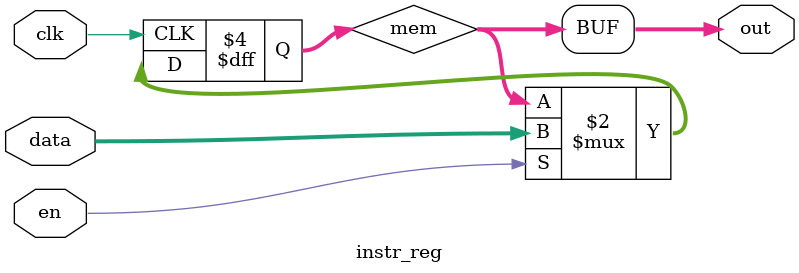
<source format=v>
module instr_reg (
	out,
	data,
	clk,
	en
);

localparam WIDTH = 18;

output[WIDTH-1:0] out;
input[WIDTH-1:0] data;
input clk, en;

reg[WIDTH-1:0] mem;

assign out = mem;

always @(posedge clk)
begin
	if (en)
		mem <= data;
end

endmodule



</source>
